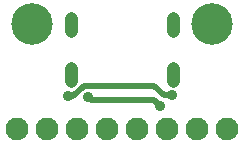
<source format=gbr>
G04 EAGLE Gerber RS-274X export*
G75*
%MOMM*%
%FSLAX34Y34*%
%LPD*%
%INBottom Copper*%
%IPPOS*%
%AMOC8*
5,1,8,0,0,1.08239X$1,22.5*%
G01*
%ADD10C,3.516000*%
%ADD11C,1.108000*%
%ADD12C,1.930400*%
%ADD13C,0.889000*%
%ADD14C,0.508000*%


D10*
X177800Y114300D03*
X25400Y114300D03*
D11*
X144800Y119240D02*
X144800Y108160D01*
X58400Y108160D02*
X58400Y119240D01*
X58400Y77440D02*
X58400Y66360D01*
X144800Y66360D02*
X144800Y77440D01*
D12*
X190500Y25400D03*
X165100Y25400D03*
X139700Y25400D03*
X114300Y25400D03*
X88900Y25400D03*
X63500Y25400D03*
X38100Y25400D03*
X12700Y25400D03*
D13*
X72390Y52515D03*
D14*
X74930Y49975D01*
X128402Y49975D01*
X133181Y45195D01*
D13*
X133181Y45195D03*
X55880Y53340D03*
X143510Y54039D03*
D14*
X59822Y53340D02*
X55880Y53340D01*
X59822Y53340D02*
X68839Y62357D01*
X137090Y54039D02*
X143510Y54039D01*
X137090Y54039D02*
X128772Y62357D01*
X68839Y62357D01*
M02*

</source>
